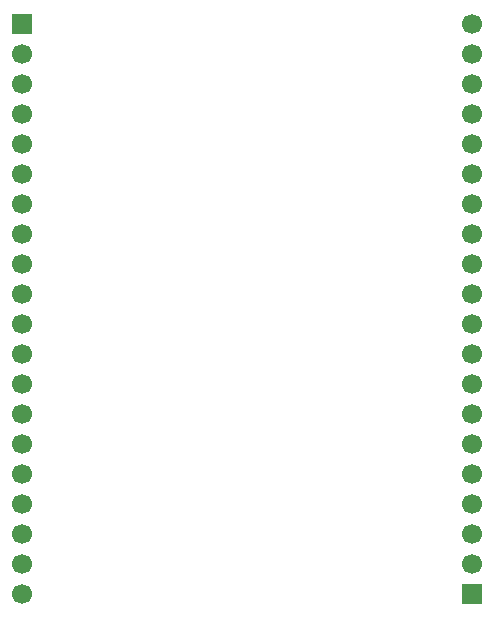
<source format=gbr>
G04 DipTrace 3.1.0.1*
G04 BottomMask.gbr*
%MOIN*%
G04 #@! TF.FileFunction,Soldermask,Bot*
G04 #@! TF.Part,Single*
%ADD30C,0.066929*%
%ADD32R,0.066929X0.066929*%
%FSLAX26Y26*%
G04*
G70*
G90*
G75*
G01*
G04 BotMask*
%LPD*%
D32*
X1938976Y447638D3*
D30*
Y547638D3*
Y647638D3*
Y747638D3*
Y847638D3*
Y947638D3*
Y1047638D3*
Y1147638D3*
Y1247638D3*
Y1347638D3*
Y1447638D3*
Y1547638D3*
Y1647638D3*
Y1747638D3*
Y1847638D3*
Y1947638D3*
Y2047638D3*
Y2147638D3*
Y2247638D3*
Y2347638D3*
D32*
X438976D3*
D30*
Y2247638D3*
Y2147638D3*
Y2047638D3*
Y1947638D3*
Y1847638D3*
Y1747638D3*
Y1647638D3*
Y1547638D3*
Y1447638D3*
Y1347638D3*
Y1247638D3*
Y1147638D3*
Y1047638D3*
Y947638D3*
Y847638D3*
Y747638D3*
Y647638D3*
Y547638D3*
Y447638D3*
M02*

</source>
